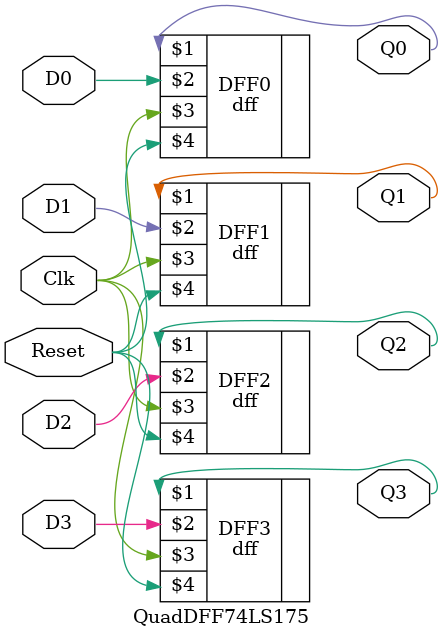
<source format=v>
`timescale 1ns / 1ps


module QuadDFF74LS175(D0, D1, D2, D3, Q0, Q1, Q2, Q3, Reset, Clk);

	input D0, D1, D2, D3, Clk, Reset;	//Reset is active LOW
	output Q0, Q1, Q2, Q3;
	
	dff DFF0(Q0, D0, Clk, Reset);
	dff DFF1(Q1, D1, Clk, Reset);
	dff DFF2(Q2, D2, Clk, Reset);
	dff DFF3(Q3, D3, Clk, Reset);
	
endmodule

</source>
